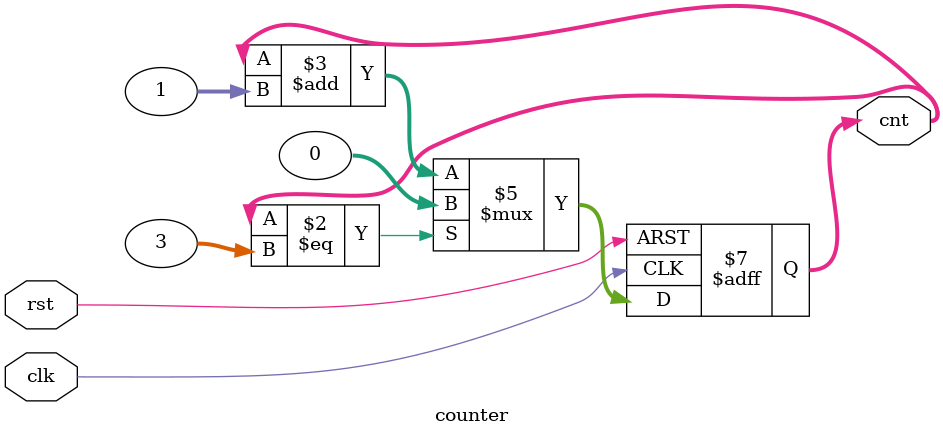
<source format=v>
module counter(clk, rst, cnt);
    input clk, rst;
    output reg [31:0] cnt;
    parameter MX = 4;
    // 輸入 5, 會從 0 數到 4 然後重複
    always @(posedge clk or posedge rst)
    begin
        if (rst)
        begin
            cnt = 0;
        end
        else 
        begin
            if(cnt == MX-1)
                cnt = 0;
            else
                cnt = cnt + 1;
        end
    end
endmodule
</source>
